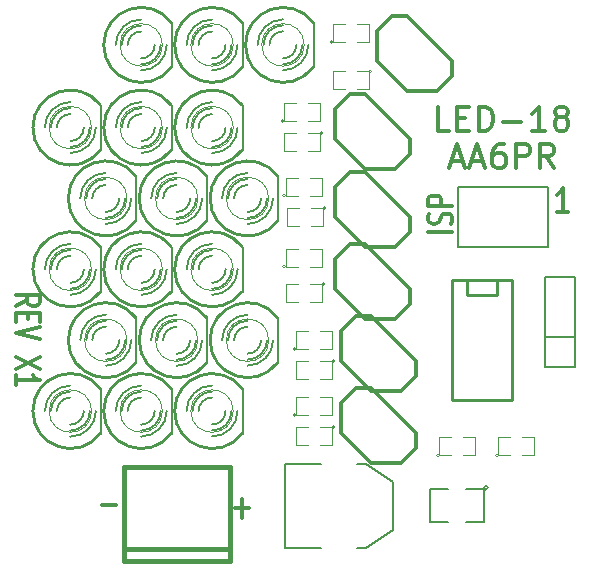
<source format=gto>
G04 (created by PCBNEW (2013-04-19 BZR 4011)-stable) date 10/06/2013 12:13:35*
%MOIN*%
G04 Gerber Fmt 3.4, Leading zero omitted, Abs format*
%FSLAX34Y34*%
G01*
G70*
G90*
G04 APERTURE LIST*
%ADD10C,2.3622e-006*%
%ADD11C,0.012*%
%ADD12C,0.006*%
%ADD13C,0.008*%
%ADD14C,0.003*%
%ADD15C,0.01*%
%ADD16C,0.015*%
%ADD17C,0.0039*%
%ADD18C,0.005*%
G04 APERTURE END LIST*
G54D10*
G54D11*
X61276Y-42157D02*
X61657Y-41957D01*
X61276Y-41814D02*
X62076Y-41814D01*
X62076Y-42042D01*
X62038Y-42099D01*
X62000Y-42128D01*
X61923Y-42157D01*
X61809Y-42157D01*
X61733Y-42128D01*
X61695Y-42099D01*
X61657Y-42042D01*
X61657Y-41814D01*
X61695Y-42414D02*
X61695Y-42614D01*
X61276Y-42699D02*
X61276Y-42414D01*
X62076Y-42414D01*
X62076Y-42699D01*
X62076Y-42871D02*
X61276Y-43071D01*
X62076Y-43271D01*
X62076Y-43871D02*
X61276Y-44271D01*
X62076Y-44271D02*
X61276Y-43871D01*
X61276Y-44814D02*
X61276Y-44471D01*
X61276Y-44642D02*
X62076Y-44642D01*
X61961Y-44585D01*
X61885Y-44528D01*
X61847Y-44471D01*
X79671Y-39023D02*
X79328Y-39023D01*
X79500Y-39023D02*
X79500Y-38223D01*
X79442Y-38338D01*
X79385Y-38414D01*
X79328Y-38452D01*
X75823Y-39685D02*
X75023Y-39685D01*
X75785Y-39428D02*
X75823Y-39342D01*
X75823Y-39200D01*
X75785Y-39142D01*
X75747Y-39114D01*
X75671Y-39085D01*
X75595Y-39085D01*
X75519Y-39114D01*
X75480Y-39142D01*
X75442Y-39200D01*
X75404Y-39314D01*
X75366Y-39371D01*
X75328Y-39400D01*
X75252Y-39428D01*
X75176Y-39428D01*
X75100Y-39400D01*
X75061Y-39371D01*
X75023Y-39314D01*
X75023Y-39171D01*
X75061Y-39085D01*
X75823Y-38828D02*
X75023Y-38828D01*
X75023Y-38599D01*
X75061Y-38542D01*
X75100Y-38514D01*
X75176Y-38485D01*
X75290Y-38485D01*
X75366Y-38514D01*
X75404Y-38542D01*
X75442Y-38599D01*
X75442Y-38828D01*
X64145Y-48815D02*
X64602Y-48815D01*
X68595Y-48915D02*
X69052Y-48915D01*
X68823Y-49219D02*
X68823Y-48610D01*
X75728Y-36323D02*
X75347Y-36323D01*
X75347Y-35523D01*
X75995Y-35904D02*
X76261Y-35904D01*
X76376Y-36323D02*
X75995Y-36323D01*
X75995Y-35523D01*
X76376Y-35523D01*
X76719Y-36323D02*
X76719Y-35523D01*
X76909Y-35523D01*
X77023Y-35561D01*
X77100Y-35638D01*
X77138Y-35714D01*
X77176Y-35866D01*
X77176Y-35980D01*
X77138Y-36133D01*
X77100Y-36209D01*
X77023Y-36285D01*
X76909Y-36323D01*
X76719Y-36323D01*
X77519Y-36019D02*
X78128Y-36019D01*
X78928Y-36323D02*
X78471Y-36323D01*
X78700Y-36323D02*
X78700Y-35523D01*
X78623Y-35638D01*
X78547Y-35714D01*
X78471Y-35752D01*
X79385Y-35866D02*
X79309Y-35828D01*
X79271Y-35790D01*
X79233Y-35714D01*
X79233Y-35676D01*
X79271Y-35600D01*
X79309Y-35561D01*
X79385Y-35523D01*
X79538Y-35523D01*
X79614Y-35561D01*
X79652Y-35600D01*
X79690Y-35676D01*
X79690Y-35714D01*
X79652Y-35790D01*
X79614Y-35828D01*
X79538Y-35866D01*
X79385Y-35866D01*
X79309Y-35904D01*
X79271Y-35942D01*
X79233Y-36019D01*
X79233Y-36171D01*
X79271Y-36247D01*
X79309Y-36285D01*
X79385Y-36323D01*
X79538Y-36323D01*
X79614Y-36285D01*
X79652Y-36247D01*
X79690Y-36171D01*
X79690Y-36019D01*
X79652Y-35942D01*
X79614Y-35904D01*
X79538Y-35866D01*
X75785Y-37335D02*
X76166Y-37335D01*
X75709Y-37563D02*
X75976Y-36763D01*
X76242Y-37563D01*
X76471Y-37335D02*
X76852Y-37335D01*
X76395Y-37563D02*
X76661Y-36763D01*
X76928Y-37563D01*
X77538Y-36763D02*
X77385Y-36763D01*
X77309Y-36801D01*
X77271Y-36840D01*
X77195Y-36954D01*
X77157Y-37106D01*
X77157Y-37411D01*
X77195Y-37487D01*
X77233Y-37525D01*
X77309Y-37563D01*
X77461Y-37563D01*
X77538Y-37525D01*
X77576Y-37487D01*
X77614Y-37411D01*
X77614Y-37220D01*
X77576Y-37144D01*
X77538Y-37106D01*
X77461Y-37068D01*
X77309Y-37068D01*
X77233Y-37106D01*
X77195Y-37144D01*
X77157Y-37220D01*
X77957Y-37563D02*
X77957Y-36763D01*
X78261Y-36763D01*
X78338Y-36801D01*
X78376Y-36840D01*
X78414Y-36916D01*
X78414Y-37030D01*
X78376Y-37106D01*
X78338Y-37144D01*
X78261Y-37182D01*
X77957Y-37182D01*
X79214Y-37563D02*
X78947Y-37182D01*
X78757Y-37563D02*
X78757Y-36763D01*
X79061Y-36763D01*
X79138Y-36801D01*
X79176Y-36840D01*
X79214Y-36916D01*
X79214Y-37030D01*
X79176Y-37106D01*
X79138Y-37144D01*
X79061Y-37182D01*
X78757Y-37182D01*
G54D12*
X79923Y-44196D02*
X78923Y-44196D01*
X78923Y-44196D02*
X78923Y-41196D01*
X78923Y-41196D02*
X79923Y-41196D01*
X79923Y-41196D02*
X79923Y-44196D01*
X78923Y-43196D02*
X79923Y-43196D01*
G54D13*
X65293Y-39332D02*
X65293Y-37832D01*
G54D14*
X64980Y-38582D02*
G75*
G03X64980Y-38582I-707J0D01*
G74*
G01*
G54D15*
X65272Y-37832D02*
G75*
G03X65272Y-39333I-999J-750D01*
G74*
G01*
G54D12*
X64273Y-38132D02*
G75*
G03X63823Y-38582I0J-450D01*
G74*
G01*
X64273Y-39032D02*
G75*
G03X64723Y-38582I0J450D01*
G74*
G01*
X64273Y-37932D02*
G75*
G03X63623Y-38582I0J-650D01*
G74*
G01*
X64273Y-39232D02*
G75*
G03X64923Y-38582I0J650D01*
G74*
G01*
X64273Y-37732D02*
G75*
G03X63423Y-38582I0J-850D01*
G74*
G01*
X64273Y-39432D02*
G75*
G03X65123Y-38582I0J850D01*
G74*
G01*
G54D13*
X68836Y-41694D02*
X68836Y-40194D01*
G54D14*
X68523Y-40944D02*
G75*
G03X68523Y-40944I-707J0D01*
G74*
G01*
G54D15*
X68816Y-40194D02*
G75*
G03X68816Y-41695I-999J-750D01*
G74*
G01*
G54D12*
X67816Y-40494D02*
G75*
G03X67366Y-40944I0J-450D01*
G74*
G01*
X67816Y-41394D02*
G75*
G03X68266Y-40944I0J450D01*
G74*
G01*
X67816Y-40294D02*
G75*
G03X67166Y-40944I0J-650D01*
G74*
G01*
X67816Y-41594D02*
G75*
G03X68466Y-40944I0J650D01*
G74*
G01*
X67816Y-40094D02*
G75*
G03X66966Y-40944I0J-850D01*
G74*
G01*
X67816Y-41794D02*
G75*
G03X68666Y-40944I0J850D01*
G74*
G01*
G54D13*
X66474Y-41694D02*
X66474Y-40194D01*
G54D14*
X66161Y-40944D02*
G75*
G03X66161Y-40944I-707J0D01*
G74*
G01*
G54D15*
X66453Y-40194D02*
G75*
G03X66453Y-41695I-999J-750D01*
G74*
G01*
G54D12*
X65454Y-40494D02*
G75*
G03X65004Y-40944I0J-450D01*
G74*
G01*
X65454Y-41394D02*
G75*
G03X65904Y-40944I0J450D01*
G74*
G01*
X65454Y-40294D02*
G75*
G03X64804Y-40944I0J-650D01*
G74*
G01*
X65454Y-41594D02*
G75*
G03X66104Y-40944I0J650D01*
G74*
G01*
X65454Y-40094D02*
G75*
G03X64604Y-40944I0J-850D01*
G74*
G01*
X65454Y-41794D02*
G75*
G03X66304Y-40944I0J850D01*
G74*
G01*
G54D13*
X64112Y-41694D02*
X64112Y-40194D01*
G54D14*
X63799Y-40944D02*
G75*
G03X63799Y-40944I-707J0D01*
G74*
G01*
G54D15*
X64091Y-40194D02*
G75*
G03X64091Y-41695I-999J-750D01*
G74*
G01*
G54D12*
X63092Y-40494D02*
G75*
G03X62642Y-40944I0J-450D01*
G74*
G01*
X63092Y-41394D02*
G75*
G03X63542Y-40944I0J450D01*
G74*
G01*
X63092Y-40294D02*
G75*
G03X62442Y-40944I0J-650D01*
G74*
G01*
X63092Y-41594D02*
G75*
G03X63742Y-40944I0J650D01*
G74*
G01*
X63092Y-40094D02*
G75*
G03X62242Y-40944I0J-850D01*
G74*
G01*
X63092Y-41794D02*
G75*
G03X63942Y-40944I0J850D01*
G74*
G01*
G54D13*
X70017Y-39332D02*
X70017Y-37832D01*
G54D14*
X69704Y-38582D02*
G75*
G03X69704Y-38582I-707J0D01*
G74*
G01*
G54D15*
X69997Y-37832D02*
G75*
G03X69997Y-39333I-999J-750D01*
G74*
G01*
G54D12*
X68997Y-38132D02*
G75*
G03X68547Y-38582I0J-450D01*
G74*
G01*
X68997Y-39032D02*
G75*
G03X69447Y-38582I0J450D01*
G74*
G01*
X68997Y-37932D02*
G75*
G03X68347Y-38582I0J-650D01*
G74*
G01*
X68997Y-39232D02*
G75*
G03X69647Y-38582I0J650D01*
G74*
G01*
X68997Y-37732D02*
G75*
G03X68147Y-38582I0J-850D01*
G74*
G01*
X68997Y-39432D02*
G75*
G03X69847Y-38582I0J850D01*
G74*
G01*
G54D13*
X67655Y-39332D02*
X67655Y-37832D01*
G54D14*
X67342Y-38582D02*
G75*
G03X67342Y-38582I-707J0D01*
G74*
G01*
G54D15*
X67635Y-37832D02*
G75*
G03X67635Y-39333I-999J-750D01*
G74*
G01*
G54D12*
X66635Y-38132D02*
G75*
G03X66185Y-38582I0J-450D01*
G74*
G01*
X66635Y-39032D02*
G75*
G03X67085Y-38582I0J450D01*
G74*
G01*
X66635Y-37932D02*
G75*
G03X65985Y-38582I0J-650D01*
G74*
G01*
X66635Y-39232D02*
G75*
G03X67285Y-38582I0J650D01*
G74*
G01*
X66635Y-37732D02*
G75*
G03X65785Y-38582I0J-850D01*
G74*
G01*
X66635Y-39432D02*
G75*
G03X67485Y-38582I0J850D01*
G74*
G01*
G54D13*
X68836Y-36970D02*
X68836Y-35470D01*
G54D14*
X68523Y-36220D02*
G75*
G03X68523Y-36220I-707J0D01*
G74*
G01*
G54D15*
X68816Y-35469D02*
G75*
G03X68816Y-36970I-999J-750D01*
G74*
G01*
G54D12*
X67816Y-35770D02*
G75*
G03X67366Y-36220I0J-450D01*
G74*
G01*
X67816Y-36670D02*
G75*
G03X68266Y-36220I0J450D01*
G74*
G01*
X67816Y-35570D02*
G75*
G03X67166Y-36220I0J-650D01*
G74*
G01*
X67816Y-36870D02*
G75*
G03X68466Y-36220I0J650D01*
G74*
G01*
X67816Y-35370D02*
G75*
G03X66966Y-36220I0J-850D01*
G74*
G01*
X67816Y-37070D02*
G75*
G03X68666Y-36220I0J850D01*
G74*
G01*
G54D13*
X66474Y-36970D02*
X66474Y-35470D01*
G54D14*
X66161Y-36220D02*
G75*
G03X66161Y-36220I-707J0D01*
G74*
G01*
G54D15*
X66453Y-35469D02*
G75*
G03X66453Y-36970I-999J-750D01*
G74*
G01*
G54D12*
X65454Y-35770D02*
G75*
G03X65004Y-36220I0J-450D01*
G74*
G01*
X65454Y-36670D02*
G75*
G03X65904Y-36220I0J450D01*
G74*
G01*
X65454Y-35570D02*
G75*
G03X64804Y-36220I0J-650D01*
G74*
G01*
X65454Y-36870D02*
G75*
G03X66104Y-36220I0J650D01*
G74*
G01*
X65454Y-35370D02*
G75*
G03X64604Y-36220I0J-850D01*
G74*
G01*
X65454Y-37070D02*
G75*
G03X66304Y-36220I0J850D01*
G74*
G01*
G54D13*
X64112Y-36970D02*
X64112Y-35470D01*
G54D14*
X63799Y-36220D02*
G75*
G03X63799Y-36220I-707J0D01*
G74*
G01*
G54D15*
X64091Y-35469D02*
G75*
G03X64091Y-36970I-999J-750D01*
G74*
G01*
G54D12*
X63092Y-35770D02*
G75*
G03X62642Y-36220I0J-450D01*
G74*
G01*
X63092Y-36670D02*
G75*
G03X63542Y-36220I0J450D01*
G74*
G01*
X63092Y-35570D02*
G75*
G03X62442Y-36220I0J-650D01*
G74*
G01*
X63092Y-36870D02*
G75*
G03X63742Y-36220I0J650D01*
G74*
G01*
X63092Y-35370D02*
G75*
G03X62242Y-36220I0J-850D01*
G74*
G01*
X63092Y-37070D02*
G75*
G03X63942Y-36220I0J850D01*
G74*
G01*
G54D13*
X71198Y-34214D02*
X71198Y-32714D01*
G54D14*
X70885Y-33464D02*
G75*
G03X70885Y-33464I-707J0D01*
G74*
G01*
G54D15*
X71178Y-32714D02*
G75*
G03X71178Y-34215I-999J-750D01*
G74*
G01*
G54D12*
X70178Y-33014D02*
G75*
G03X69728Y-33464I0J-450D01*
G74*
G01*
X70178Y-33914D02*
G75*
G03X70628Y-33464I0J450D01*
G74*
G01*
X70178Y-32814D02*
G75*
G03X69528Y-33464I0J-650D01*
G74*
G01*
X70178Y-34114D02*
G75*
G03X70828Y-33464I0J650D01*
G74*
G01*
X70178Y-32614D02*
G75*
G03X69328Y-33464I0J-850D01*
G74*
G01*
X70178Y-34314D02*
G75*
G03X71028Y-33464I0J850D01*
G74*
G01*
G54D13*
X68836Y-34214D02*
X68836Y-32714D01*
G54D14*
X68523Y-33464D02*
G75*
G03X68523Y-33464I-707J0D01*
G74*
G01*
G54D15*
X68816Y-32714D02*
G75*
G03X68816Y-34215I-999J-750D01*
G74*
G01*
G54D12*
X67816Y-33014D02*
G75*
G03X67366Y-33464I0J-450D01*
G74*
G01*
X67816Y-33914D02*
G75*
G03X68266Y-33464I0J450D01*
G74*
G01*
X67816Y-32814D02*
G75*
G03X67166Y-33464I0J-650D01*
G74*
G01*
X67816Y-34114D02*
G75*
G03X68466Y-33464I0J650D01*
G74*
G01*
X67816Y-32614D02*
G75*
G03X66966Y-33464I0J-850D01*
G74*
G01*
X67816Y-34314D02*
G75*
G03X68666Y-33464I0J850D01*
G74*
G01*
G54D13*
X66474Y-34214D02*
X66474Y-32714D01*
G54D14*
X66161Y-33464D02*
G75*
G03X66161Y-33464I-707J0D01*
G74*
G01*
G54D15*
X66453Y-32714D02*
G75*
G03X66453Y-34215I-999J-750D01*
G74*
G01*
G54D12*
X65454Y-33014D02*
G75*
G03X65004Y-33464I0J-450D01*
G74*
G01*
X65454Y-33914D02*
G75*
G03X65904Y-33464I0J450D01*
G74*
G01*
X65454Y-32814D02*
G75*
G03X64804Y-33464I0J-650D01*
G74*
G01*
X65454Y-34114D02*
G75*
G03X66104Y-33464I0J650D01*
G74*
G01*
X65454Y-32614D02*
G75*
G03X64604Y-33464I0J-850D01*
G74*
G01*
X65454Y-34314D02*
G75*
G03X66304Y-33464I0J850D01*
G74*
G01*
G54D16*
X68411Y-50667D02*
X68411Y-47518D01*
X64867Y-50667D02*
X64867Y-47518D01*
X68411Y-47518D02*
X64867Y-47518D01*
X68411Y-50274D02*
X64867Y-50274D01*
X68411Y-50667D02*
X64867Y-50667D01*
G54D17*
X75384Y-47150D02*
G75*
G03X75384Y-47150I-50J0D01*
G74*
G01*
X75784Y-47150D02*
X75384Y-47150D01*
X75384Y-47150D02*
X75384Y-46550D01*
X75384Y-46550D02*
X75784Y-46550D01*
X76184Y-46550D02*
X76584Y-46550D01*
X76584Y-46550D02*
X76584Y-47150D01*
X76584Y-47150D02*
X76184Y-47150D01*
G54D18*
X77004Y-48218D02*
G75*
G03X77004Y-48218I-70J0D01*
G74*
G01*
X76284Y-49368D02*
X76884Y-49368D01*
X76884Y-49368D02*
X76884Y-48268D01*
X76884Y-48268D02*
X76284Y-48268D01*
X75684Y-48268D02*
X75084Y-48268D01*
X75084Y-48268D02*
X75084Y-49368D01*
X75084Y-49368D02*
X75684Y-49368D01*
G54D17*
X77352Y-47150D02*
G75*
G03X77352Y-47150I-50J0D01*
G74*
G01*
X77752Y-47150D02*
X77352Y-47150D01*
X77352Y-47150D02*
X77352Y-46550D01*
X77352Y-46550D02*
X77752Y-46550D01*
X78152Y-46550D02*
X78552Y-46550D01*
X78552Y-46550D02*
X78552Y-47150D01*
X78552Y-47150D02*
X78152Y-47150D01*
X73140Y-34345D02*
G75*
G03X73140Y-34345I-50J0D01*
G74*
G01*
X72640Y-34345D02*
X73040Y-34345D01*
X73040Y-34345D02*
X73040Y-34945D01*
X73040Y-34945D02*
X72640Y-34945D01*
X72240Y-34945D02*
X71840Y-34945D01*
X71840Y-34945D02*
X71840Y-34345D01*
X71840Y-34345D02*
X72240Y-34345D01*
X71523Y-36396D02*
G75*
G03X71523Y-36396I-50J0D01*
G74*
G01*
X71023Y-36396D02*
X71423Y-36396D01*
X71423Y-36396D02*
X71423Y-36996D01*
X71423Y-36996D02*
X71023Y-36996D01*
X70623Y-36996D02*
X70223Y-36996D01*
X70223Y-36996D02*
X70223Y-36396D01*
X70223Y-36396D02*
X70623Y-36396D01*
X71600Y-38900D02*
G75*
G03X71600Y-38900I-50J0D01*
G74*
G01*
X71100Y-38900D02*
X71500Y-38900D01*
X71500Y-38900D02*
X71500Y-39500D01*
X71500Y-39500D02*
X71100Y-39500D01*
X70700Y-39500D02*
X70300Y-39500D01*
X70300Y-39500D02*
X70300Y-38900D01*
X70300Y-38900D02*
X70700Y-38900D01*
X71566Y-41432D02*
G75*
G03X71566Y-41432I-50J0D01*
G74*
G01*
X71066Y-41432D02*
X71466Y-41432D01*
X71466Y-41432D02*
X71466Y-42032D01*
X71466Y-42032D02*
X71066Y-42032D01*
X70666Y-42032D02*
X70266Y-42032D01*
X70266Y-42032D02*
X70266Y-41432D01*
X70266Y-41432D02*
X70666Y-41432D01*
X71840Y-33370D02*
G75*
G03X71840Y-33370I-50J0D01*
G74*
G01*
X72240Y-33370D02*
X71840Y-33370D01*
X71840Y-33370D02*
X71840Y-32770D01*
X71840Y-32770D02*
X72240Y-32770D01*
X72640Y-32770D02*
X73040Y-32770D01*
X73040Y-32770D02*
X73040Y-33370D01*
X73040Y-33370D02*
X72640Y-33370D01*
X70223Y-35996D02*
G75*
G03X70223Y-35996I-50J0D01*
G74*
G01*
X70623Y-35996D02*
X70223Y-35996D01*
X70223Y-35996D02*
X70223Y-35396D01*
X70223Y-35396D02*
X70623Y-35396D01*
X71023Y-35396D02*
X71423Y-35396D01*
X71423Y-35396D02*
X71423Y-35996D01*
X71423Y-35996D02*
X71023Y-35996D01*
X70266Y-38488D02*
G75*
G03X70266Y-38488I-50J0D01*
G74*
G01*
X70666Y-38488D02*
X70266Y-38488D01*
X70266Y-38488D02*
X70266Y-37888D01*
X70266Y-37888D02*
X70666Y-37888D01*
X71066Y-37888D02*
X71466Y-37888D01*
X71466Y-37888D02*
X71466Y-38488D01*
X71466Y-38488D02*
X71066Y-38488D01*
X70266Y-40851D02*
G75*
G03X70266Y-40851I-50J0D01*
G74*
G01*
X70666Y-40851D02*
X70266Y-40851D01*
X70266Y-40851D02*
X70266Y-40251D01*
X70266Y-40251D02*
X70666Y-40251D01*
X71066Y-40251D02*
X71466Y-40251D01*
X71466Y-40251D02*
X71466Y-40851D01*
X71466Y-40851D02*
X71066Y-40851D01*
G54D13*
X71447Y-47418D02*
X70247Y-47418D01*
X70247Y-47418D02*
X70247Y-50218D01*
X70247Y-50218D02*
X71447Y-50218D01*
X72647Y-47418D02*
X72947Y-47418D01*
X72947Y-47418D02*
X73847Y-48018D01*
X73847Y-48018D02*
X73847Y-49618D01*
X73847Y-49618D02*
X72947Y-50218D01*
X72947Y-50218D02*
X72647Y-50218D01*
G54D17*
X70623Y-43596D02*
G75*
G03X70623Y-43596I-50J0D01*
G74*
G01*
X71023Y-43596D02*
X70623Y-43596D01*
X70623Y-43596D02*
X70623Y-42996D01*
X70623Y-42996D02*
X71023Y-42996D01*
X71423Y-42996D02*
X71823Y-42996D01*
X71823Y-42996D02*
X71823Y-43596D01*
X71823Y-43596D02*
X71423Y-43596D01*
X70623Y-45796D02*
G75*
G03X70623Y-45796I-50J0D01*
G74*
G01*
X71023Y-45796D02*
X70623Y-45796D01*
X70623Y-45796D02*
X70623Y-45196D01*
X70623Y-45196D02*
X71023Y-45196D01*
X71423Y-45196D02*
X71823Y-45196D01*
X71823Y-45196D02*
X71823Y-45796D01*
X71823Y-45796D02*
X71423Y-45796D01*
X71923Y-43996D02*
G75*
G03X71923Y-43996I-50J0D01*
G74*
G01*
X71423Y-43996D02*
X71823Y-43996D01*
X71823Y-43996D02*
X71823Y-44596D01*
X71823Y-44596D02*
X71423Y-44596D01*
X71023Y-44596D02*
X70623Y-44596D01*
X70623Y-44596D02*
X70623Y-43996D01*
X70623Y-43996D02*
X71023Y-43996D01*
X71923Y-46196D02*
G75*
G03X71923Y-46196I-50J0D01*
G74*
G01*
X71423Y-46196D02*
X71823Y-46196D01*
X71823Y-46196D02*
X71823Y-46796D01*
X71823Y-46796D02*
X71423Y-46796D01*
X71023Y-46796D02*
X70623Y-46796D01*
X70623Y-46796D02*
X70623Y-46196D01*
X70623Y-46196D02*
X71023Y-46196D01*
G54D13*
X65293Y-44057D02*
X65293Y-42557D01*
G54D14*
X64980Y-43307D02*
G75*
G03X64980Y-43307I-707J0D01*
G74*
G01*
G54D15*
X65272Y-42556D02*
G75*
G03X65272Y-44057I-999J-750D01*
G74*
G01*
G54D12*
X64273Y-42857D02*
G75*
G03X63823Y-43307I0J-450D01*
G74*
G01*
X64273Y-43757D02*
G75*
G03X64723Y-43307I0J450D01*
G74*
G01*
X64273Y-42657D02*
G75*
G03X63623Y-43307I0J-650D01*
G74*
G01*
X64273Y-43957D02*
G75*
G03X64923Y-43307I0J650D01*
G74*
G01*
X64273Y-42457D02*
G75*
G03X63423Y-43307I0J-850D01*
G74*
G01*
X64273Y-44157D02*
G75*
G03X65123Y-43307I0J850D01*
G74*
G01*
G54D13*
X67655Y-44057D02*
X67655Y-42557D01*
G54D14*
X67342Y-43307D02*
G75*
G03X67342Y-43307I-707J0D01*
G74*
G01*
G54D15*
X67635Y-42556D02*
G75*
G03X67635Y-44057I-999J-750D01*
G74*
G01*
G54D12*
X66635Y-42857D02*
G75*
G03X66185Y-43307I0J-450D01*
G74*
G01*
X66635Y-43757D02*
G75*
G03X67085Y-43307I0J450D01*
G74*
G01*
X66635Y-42657D02*
G75*
G03X65985Y-43307I0J-650D01*
G74*
G01*
X66635Y-43957D02*
G75*
G03X67285Y-43307I0J650D01*
G74*
G01*
X66635Y-42457D02*
G75*
G03X65785Y-43307I0J-850D01*
G74*
G01*
X66635Y-44157D02*
G75*
G03X67485Y-43307I0J850D01*
G74*
G01*
G54D13*
X70017Y-44057D02*
X70017Y-42557D01*
G54D14*
X69704Y-43307D02*
G75*
G03X69704Y-43307I-707J0D01*
G74*
G01*
G54D15*
X69997Y-42556D02*
G75*
G03X69997Y-44057I-999J-750D01*
G74*
G01*
G54D12*
X68997Y-42857D02*
G75*
G03X68547Y-43307I0J-450D01*
G74*
G01*
X68997Y-43757D02*
G75*
G03X69447Y-43307I0J450D01*
G74*
G01*
X68997Y-42657D02*
G75*
G03X68347Y-43307I0J-650D01*
G74*
G01*
X68997Y-43957D02*
G75*
G03X69647Y-43307I0J650D01*
G74*
G01*
X68997Y-42457D02*
G75*
G03X68147Y-43307I0J-850D01*
G74*
G01*
X68997Y-44157D02*
G75*
G03X69847Y-43307I0J850D01*
G74*
G01*
G54D13*
X64112Y-46419D02*
X64112Y-44919D01*
G54D14*
X63799Y-45669D02*
G75*
G03X63799Y-45669I-707J0D01*
G74*
G01*
G54D15*
X64091Y-44918D02*
G75*
G03X64091Y-46419I-999J-750D01*
G74*
G01*
G54D12*
X63092Y-45219D02*
G75*
G03X62642Y-45669I0J-450D01*
G74*
G01*
X63092Y-46119D02*
G75*
G03X63542Y-45669I0J450D01*
G74*
G01*
X63092Y-45019D02*
G75*
G03X62442Y-45669I0J-650D01*
G74*
G01*
X63092Y-46319D02*
G75*
G03X63742Y-45669I0J650D01*
G74*
G01*
X63092Y-44819D02*
G75*
G03X62242Y-45669I0J-850D01*
G74*
G01*
X63092Y-46519D02*
G75*
G03X63942Y-45669I0J850D01*
G74*
G01*
G54D13*
X66474Y-46419D02*
X66474Y-44919D01*
G54D14*
X66161Y-45669D02*
G75*
G03X66161Y-45669I-707J0D01*
G74*
G01*
G54D15*
X66453Y-44918D02*
G75*
G03X66453Y-46419I-999J-750D01*
G74*
G01*
G54D12*
X65454Y-45219D02*
G75*
G03X65004Y-45669I0J-450D01*
G74*
G01*
X65454Y-46119D02*
G75*
G03X65904Y-45669I0J450D01*
G74*
G01*
X65454Y-45019D02*
G75*
G03X64804Y-45669I0J-650D01*
G74*
G01*
X65454Y-46319D02*
G75*
G03X66104Y-45669I0J650D01*
G74*
G01*
X65454Y-44819D02*
G75*
G03X64604Y-45669I0J-850D01*
G74*
G01*
X65454Y-46519D02*
G75*
G03X66304Y-45669I0J850D01*
G74*
G01*
G54D13*
X68836Y-46419D02*
X68836Y-44919D01*
G54D14*
X68523Y-45669D02*
G75*
G03X68523Y-45669I-707J0D01*
G74*
G01*
G54D15*
X68816Y-44918D02*
G75*
G03X68816Y-46419I-999J-750D01*
G74*
G01*
G54D12*
X67816Y-45219D02*
G75*
G03X67366Y-45669I0J-450D01*
G74*
G01*
X67816Y-46119D02*
G75*
G03X68266Y-45669I0J450D01*
G74*
G01*
X67816Y-45019D02*
G75*
G03X67166Y-45669I0J-650D01*
G74*
G01*
X67816Y-46319D02*
G75*
G03X68466Y-45669I0J650D01*
G74*
G01*
X67816Y-44819D02*
G75*
G03X66966Y-45669I0J-850D01*
G74*
G01*
X67816Y-46519D02*
G75*
G03X68666Y-45669I0J850D01*
G74*
G01*
G54D15*
X77323Y-41296D02*
X77323Y-41796D01*
X77323Y-41796D02*
X76323Y-41796D01*
X76323Y-41796D02*
X76323Y-41296D01*
X77823Y-41296D02*
X77823Y-45296D01*
X77823Y-45296D02*
X75823Y-45296D01*
X75823Y-45296D02*
X75823Y-41296D01*
X75823Y-41296D02*
X77823Y-41296D01*
G54D11*
X74423Y-41596D02*
X72923Y-40096D01*
X72923Y-40096D02*
X72423Y-40096D01*
X72423Y-40096D02*
X71923Y-40596D01*
X71923Y-40596D02*
X71923Y-41596D01*
X71923Y-41596D02*
X72923Y-42596D01*
X72923Y-42596D02*
X73923Y-42596D01*
X73923Y-42596D02*
X74423Y-42096D01*
X74423Y-42096D02*
X74423Y-41596D01*
X74423Y-39196D02*
X72923Y-37696D01*
X72923Y-37696D02*
X72423Y-37696D01*
X72423Y-37696D02*
X71923Y-38196D01*
X71923Y-38196D02*
X71923Y-39196D01*
X71923Y-39196D02*
X72923Y-40196D01*
X72923Y-40196D02*
X73923Y-40196D01*
X73923Y-40196D02*
X74423Y-39696D01*
X74423Y-39696D02*
X74423Y-39196D01*
X74423Y-36596D02*
X72923Y-35096D01*
X72923Y-35096D02*
X72423Y-35096D01*
X72423Y-35096D02*
X71923Y-35596D01*
X71923Y-35596D02*
X71923Y-36596D01*
X71923Y-36596D02*
X72923Y-37596D01*
X72923Y-37596D02*
X73923Y-37596D01*
X73923Y-37596D02*
X74423Y-37096D01*
X74423Y-37096D02*
X74423Y-36596D01*
X75823Y-33996D02*
X74323Y-32496D01*
X74323Y-32496D02*
X73823Y-32496D01*
X73823Y-32496D02*
X73323Y-32996D01*
X73323Y-32996D02*
X73323Y-33996D01*
X73323Y-33996D02*
X74323Y-34996D01*
X74323Y-34996D02*
X75323Y-34996D01*
X75323Y-34996D02*
X75823Y-34496D01*
X75823Y-34496D02*
X75823Y-33996D01*
X74623Y-43996D02*
X73123Y-42496D01*
X73123Y-42496D02*
X72623Y-42496D01*
X72623Y-42496D02*
X72123Y-42996D01*
X72123Y-42996D02*
X72123Y-43996D01*
X72123Y-43996D02*
X73123Y-44996D01*
X73123Y-44996D02*
X74123Y-44996D01*
X74123Y-44996D02*
X74623Y-44496D01*
X74623Y-44496D02*
X74623Y-43996D01*
X74623Y-46396D02*
X73123Y-44896D01*
X73123Y-44896D02*
X72623Y-44896D01*
X72623Y-44896D02*
X72123Y-45396D01*
X72123Y-45396D02*
X72123Y-46396D01*
X72123Y-46396D02*
X73123Y-47396D01*
X73123Y-47396D02*
X74123Y-47396D01*
X74123Y-47396D02*
X74623Y-46896D01*
X74623Y-46896D02*
X74623Y-46396D01*
G54D13*
X76000Y-38200D02*
X79000Y-38200D01*
X79000Y-40200D02*
X76000Y-40200D01*
X76000Y-40200D02*
X76000Y-38200D01*
X79000Y-38200D02*
X79000Y-40200D01*
M02*

</source>
